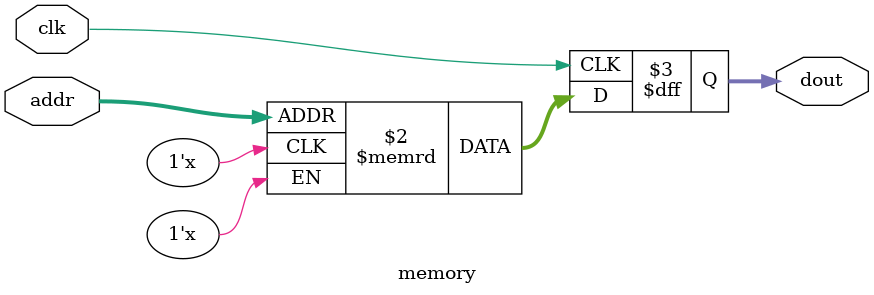
<source format=sv>
module memory #(
    parameter ADDRESS_WIDTH = 32,
              DATA_WIDTH = 32
)(
    input logic clk,      //input clock
    input logic [ADDRESS_WIDTH-1:0] addr,      //address
    output logic [DATA_WIDTH-1:0] dout      //output data (instruction)
);

logic [DATA_WIDTH-1:0] rom_array [2**ADDRESS_WIDTH-1:0];      //memory array

always_ff @(posedge clk) begin
    dout <= rom_array[addr];
end;

endmodule
</source>
